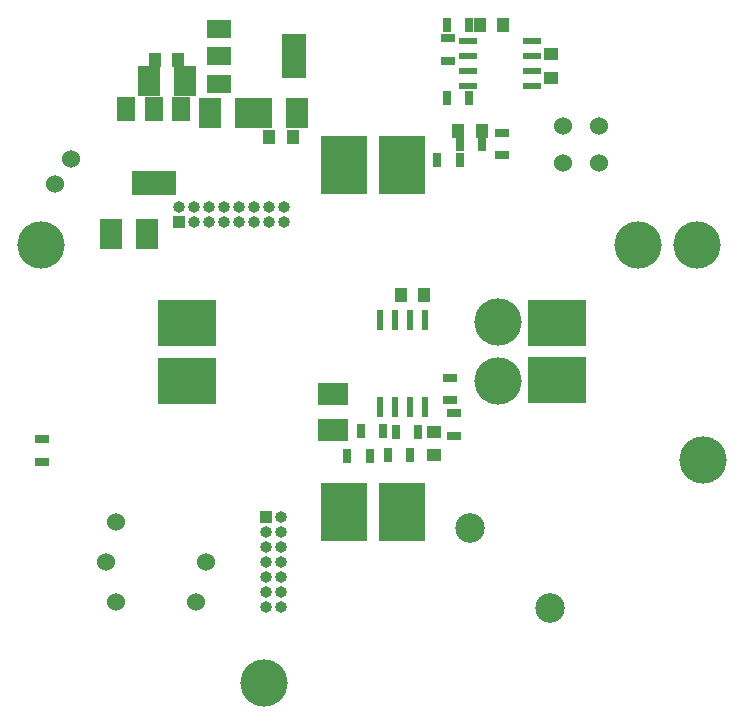
<source format=gts>
G04 #@! TF.FileFunction,Soldermask,Top*
%FSLAX46Y46*%
G04 Gerber Fmt 4.6, Leading zero omitted, Abs format (unit mm)*
G04 Created by KiCad (PCBNEW 4.0.7) date 06/01/18 20:16:31*
%MOMM*%
%LPD*%
G01*
G04 APERTURE LIST*
%ADD10C,0.100000*%
%ADD11C,1.524000*%
%ADD12R,4.000000X5.000000*%
%ADD13R,1.000000X1.000000*%
%ADD14O,1.000000X1.000000*%
%ADD15R,5.000000X4.000000*%
%ADD16C,4.000000*%
%ADD17R,1.000000X1.250000*%
%ADD18R,1.950000X2.500000*%
%ADD19R,2.500000X1.950000*%
%ADD20R,1.250000X1.000000*%
%ADD21R,0.700000X1.300000*%
%ADD22R,1.300000X0.700000*%
%ADD23C,2.500000*%
%ADD24R,0.550000X1.750000*%
%ADD25R,1.550000X0.600000*%
%ADD26R,2.000000X3.800000*%
%ADD27R,2.000000X1.500000*%
%ADD28R,3.800000X2.000000*%
%ADD29R,1.500000X2.000000*%
G04 APERTURE END LIST*
D10*
D11*
X27460000Y-67810000D03*
X28360000Y-71160000D03*
X35960000Y-67810000D03*
X35060000Y-71160000D03*
X28360000Y-64460000D03*
D12*
X52552000Y-63552000D03*
X47652000Y-63552000D03*
D13*
X41000000Y-64000000D03*
D14*
X42270000Y-64000000D03*
X41000000Y-65270000D03*
X42270000Y-65270000D03*
X41000000Y-66540000D03*
X42270000Y-66540000D03*
X41000000Y-67810000D03*
X42270000Y-67810000D03*
X41000000Y-69080000D03*
X42270000Y-69080000D03*
X41000000Y-70350000D03*
X42270000Y-70350000D03*
X41000000Y-71620000D03*
X42270000Y-71620000D03*
D15*
X34302000Y-52448000D03*
X34302000Y-47548000D03*
D16*
X78000000Y-59170000D03*
X40865000Y-78060622D03*
D17*
X61100000Y-22300000D03*
X59100000Y-22300000D03*
D18*
X36275000Y-29800000D03*
X39325000Y-29800000D03*
X43625000Y-29800000D03*
X40575000Y-29800000D03*
X27885000Y-40050000D03*
X30935000Y-40050000D03*
D17*
X43300000Y-31800000D03*
X41300000Y-31800000D03*
D18*
X31075000Y-27100000D03*
X34125000Y-27100000D03*
D17*
X31600000Y-25300000D03*
X33600000Y-25300000D03*
D19*
X46700000Y-53565000D03*
X46700000Y-56615000D03*
D20*
X55230000Y-58770000D03*
X55230000Y-56770000D03*
D17*
X57300000Y-31300000D03*
X59300000Y-31300000D03*
D21*
X47900000Y-58870000D03*
X49800000Y-58870000D03*
X52010000Y-56780000D03*
X53910000Y-56780000D03*
D22*
X56630000Y-54090000D03*
X56630000Y-52190000D03*
D21*
X49040000Y-56740000D03*
X50940000Y-56740000D03*
D22*
X56980000Y-55230000D03*
X56980000Y-57130000D03*
X61000000Y-33350000D03*
X61000000Y-31450000D03*
D21*
X56350000Y-28500000D03*
X58250000Y-28500000D03*
D22*
X22020000Y-59310000D03*
X22020000Y-57410000D03*
X56400000Y-23450000D03*
X56400000Y-25350000D03*
D21*
X56350000Y-22300000D03*
X58250000Y-22300000D03*
X55540000Y-33780000D03*
X57440000Y-33780000D03*
X57450000Y-32400000D03*
X59350000Y-32400000D03*
D11*
X24550000Y-33650000D03*
X23166617Y-35780223D03*
D21*
X51330000Y-58730000D03*
X53230000Y-58730000D03*
D23*
X65050000Y-71670000D03*
X58330000Y-64950000D03*
D24*
X50655000Y-54690000D03*
X51925000Y-54690000D03*
X53195000Y-54690000D03*
X54465000Y-54690000D03*
X54465000Y-47290000D03*
X53195000Y-47290000D03*
X51925000Y-47290000D03*
X50655000Y-47290000D03*
D25*
X58100000Y-23695000D03*
X58100000Y-24965000D03*
X58100000Y-26235000D03*
X58100000Y-27505000D03*
X63500000Y-27505000D03*
X63500000Y-26235000D03*
X63500000Y-24965000D03*
X63500000Y-23695000D03*
D12*
X47660000Y-34206000D03*
X52560000Y-34206000D03*
D16*
X60700000Y-47500000D03*
X60700000Y-52500000D03*
D15*
X65680000Y-47528000D03*
X65680000Y-52428000D03*
D11*
X69230000Y-30906000D03*
X69230000Y-34006000D03*
X66130000Y-34006000D03*
X66130000Y-30906000D03*
D26*
X43350000Y-25000000D03*
D27*
X37050000Y-25000000D03*
X37050000Y-27300000D03*
X37050000Y-22700000D03*
D28*
X31500000Y-35750000D03*
D29*
X31500000Y-29450000D03*
X29200000Y-29450000D03*
X33800000Y-29450000D03*
D13*
X33620000Y-39000000D03*
D14*
X33620000Y-37730000D03*
X34890000Y-39000000D03*
X34890000Y-37730000D03*
X36160000Y-39000000D03*
X36160000Y-37730000D03*
X37430000Y-39000000D03*
X37430000Y-37730000D03*
X38700000Y-39000000D03*
X38700000Y-37730000D03*
X39970000Y-39000000D03*
X39970000Y-37730000D03*
X41240000Y-39000000D03*
X41240000Y-37730000D03*
X42510000Y-39000000D03*
X42510000Y-37730000D03*
D16*
X22000000Y-40970000D03*
X72500000Y-41000000D03*
X77500000Y-41000000D03*
D20*
X65190000Y-24790000D03*
X65190000Y-26790000D03*
D17*
X52420000Y-45220000D03*
X54420000Y-45220000D03*
M02*

</source>
